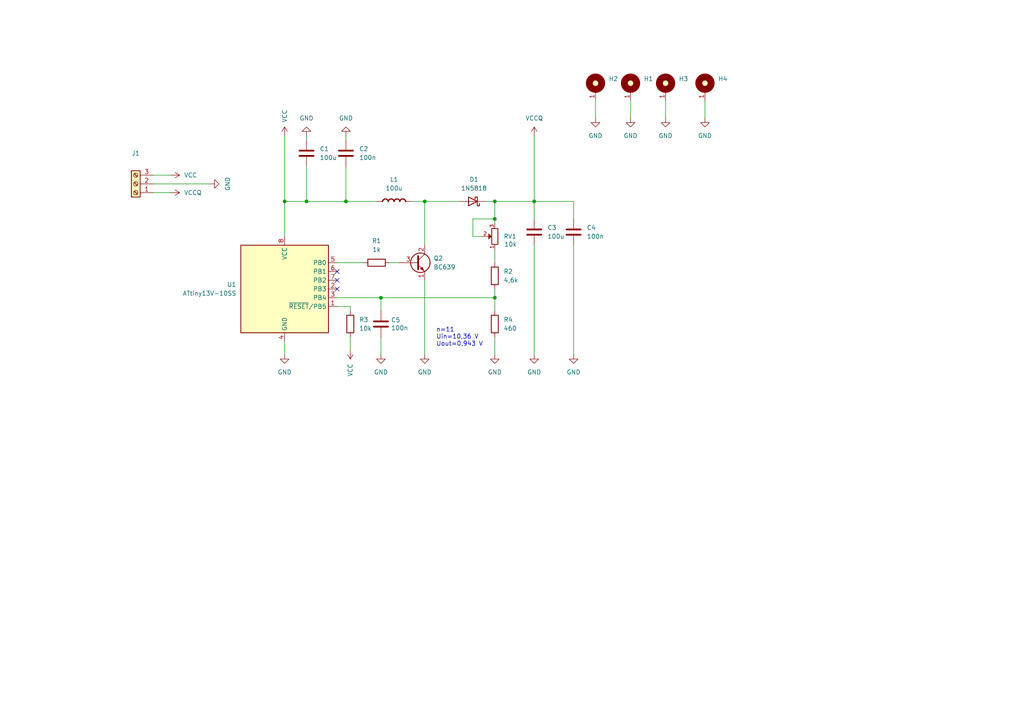
<source format=kicad_sch>
(kicad_sch (version 20231120) (generator "eeschema") (generator_version "8.0")
  (paper "A4")
  (lib_symbols
    (symbol "Connector:Screw_Terminal_01x03" (pin_names (offset 1.016) hide)
      (property "Reference" "J" (at 0 5.08 0))
      (property "Value" "Screw_Terminal_01x03" (at 0 -5.08 0))
      (symbol "Screw_Terminal_01x03_1_1"
        (rectangle (start -1.27 3.81) (end 1.27 -3.81) (stroke (width 0.254)) (fill (type background)))
        (circle (center 0 -2.54) (radius 0.635) (stroke (width 0.1524)))
        (polyline (pts (xy -0.5334 -2.2098) (xy 0.3302 -3.048)) (stroke (width 0.1524)))
        (polyline (pts (xy -0.5334 0.3302) (xy 0.3302 -0.508)) (stroke (width 0.1524)))
        (polyline (pts (xy -0.5334 2.8702) (xy 0.3302 2.032)) (stroke (width 0.1524)))
        (polyline (pts (xy -0.3556 -2.032) (xy 0.508 -2.8702)) (stroke (width 0.1524)))
        (polyline (pts (xy -0.3556 0.508) (xy 0.508 -0.3302)) (stroke (width 0.1524)))
        (polyline (pts (xy -0.3556 3.048) (xy 0.508 2.2098)) (stroke (width 0.1524)))
        (circle (center 0 0) (radius 0.635) (stroke (width 0.1524)))
        (circle (center 0 2.54) (radius 0.635) (stroke (width 0.1524)))
        (pin passive line (at -5.08 2.54 0) (length 3.81) (name "Pin_1") (number "1"))
        (pin passive line (at -5.08 0 0) (length 3.81) (name "Pin_2") (number "2"))
        (pin passive line (at -5.08 -2.54 0) (length 3.81) (name "Pin_3") (number "3"))
      )
    )
    (symbol "Device:C" (pin_numbers hide) (pin_names (offset 0.254))
      (property "Reference" "C" (at 0.635 2.54 0))
      (property "Value" "C" (at 0.635 -2.54 0))
      (symbol "C_0_1"
        (polyline (pts (xy -2.032 -0.762) (xy 2.032 -0.762)) (stroke (width 0.508)))
        (polyline (pts (xy -2.032 0.762) (xy 2.032 0.762)) (stroke (width 0.508)))
      )
      (symbol "C_1_1"
        (pin passive line (at 0 3.81 270) (length 2.794) (name "~") (number "1"))
        (pin passive line (at 0 -3.81 90) (length 2.794) (name "~") (number "2"))
      )
    )
    (symbol "Device:Q_NPN_ECB" (pin_names (offset 0) hide)
      (property "Reference" "Q" (at 5.08 1.27 0))
      (property "Value" "Q_NPN_ECB" (at 5.08 -1.27 0))
      (symbol "Q_NPN_ECB_0_1"
        (polyline (pts (xy 0.635 0.635) (xy 2.54 2.54)))
        (polyline (pts (xy 0.635 -0.635) (xy 2.54 -2.54) (xy 2.54 -2.54)))
        (polyline (pts (xy 0.635 1.905) (xy 0.635 -1.905) (xy 0.635 -1.905)) (stroke (width 0.508)))
        (polyline (pts (xy 1.27 -1.778) (xy 1.778 -1.27) (xy 2.286 -2.286) (xy 1.27 -1.778) (xy 1.27 -1.778)) (fill (type outline)))
        (circle (center 1.27 0) (radius 2.8194) (stroke (width 0.254)))
      )
      (symbol "Q_NPN_ECB_1_1"
        (pin passive line (at 2.54 -5.08 90) (length 2.54) (name "E") (number "1"))
        (pin passive line (at 2.54 5.08 270) (length 2.54) (name "C") (number "2"))
        (pin passive line (at -5.08 0 0) (length 5.715) (name "B") (number "3"))
      )
    )
    (symbol "Device:R" (pin_numbers hide) (pin_names (offset 0))
      (property "Reference" "R" (at 2.032 0 90))
      (property "Value" "R" (at 0 0 90))
      (symbol "R_0_1"
        (rectangle (start -1.016 -2.54) (end 1.016 2.54) (stroke (width 0.254)))
      )
      (symbol "R_1_1"
        (pin passive line (at 0 3.81 270) (length 1.27) (name "~") (number "1"))
        (pin passive line (at 0 -3.81 90) (length 1.27) (name "~") (number "2"))
      )
    )
    (symbol "Diode:1N5818" (pin_numbers hide) (pin_names (offset 1.016) hide)
      (property "Reference" "D" (at 0 2.54 0))
      (property "Value" "1N5818" (at 0 -2.54 0))
      (symbol "1N5818_0_1"
        (polyline (pts (xy 1.27 0) (xy -1.27 0)))
        (polyline (pts (xy 1.27 1.27) (xy 1.27 -1.27) (xy -1.27 0) (xy 1.27 1.27)) (stroke (width 0.254)))
        (polyline (pts (xy -1.905 0.635) (xy -1.905 1.27) (xy -1.27 1.27) (xy -1.27 -1.27) (xy -0.635 -1.27) (xy -0.635 -0.635)) (stroke (width 0.254)))
      )
      (symbol "1N5818_1_1"
        (pin passive line (at -3.81 0 0) (length 2.54) (name "K") (number "1"))
        (pin passive line (at 3.81 0 180) (length 2.54) (name "A") (number "2"))
      )
    )
    (symbol "GND_13" (power) (pin_numbers hide) (pin_names (offset 0) hide)
      (property "Value" "GND_13" (at 0 -3.81 0))
      (symbol "GND_13_0_1"
        (polyline (pts (xy 0 0) (xy 0 -1.27) (xy 1.27 -1.27) (xy 0 -2.54) (xy -1.27 -1.27) (xy 0 -1.27)))
      )
      (symbol "GND_13_1_1"
        (pin power_in line (at 0 0 270) (length 0) hide (name "GND") (number "1"))
      )
    )
    (symbol "MCU_Microchip_ATtiny:ATtiny13V-10SS"
      (property "Reference" "U" (at -12.7 13.97 0))
      (property "Value" "ATtiny13V-10SS" (at 2.54 -13.97 0))
      (symbol "ATtiny13V-10SS_0_1"
        (rectangle (start -12.7 -12.7) (end 12.7 12.7) (stroke (width 0.254)) (fill (type background)))
      )
      (symbol "ATtiny13V-10SS_1_1"
        (pin bidirectional line (at 15.24 -5.08 180) (length 2.54) (name "~{RESET}/PB5") (number "1"))
        (pin bidirectional line (at 15.24 0 180) (length 2.54) (name "PB3") (number "2"))
        (pin bidirectional line (at 15.24 -2.54 180) (length 2.54) (name "PB4") (number "3"))
        (pin power_in line (at 0 -15.24 90) (length 2.54) (name "GND") (number "4"))
        (pin bidirectional line (at 15.24 7.62 180) (length 2.54) (name "PB0") (number "5"))
        (pin bidirectional line (at 15.24 5.08 180) (length 2.54) (name "PB1") (number "6"))
        (pin bidirectional line (at 15.24 2.54 180) (length 2.54) (name "PB2") (number "7"))
        (pin power_in line (at 0 15.24 270) (length 2.54) (name "VCC") (number "8"))
      )
    )
    (symbol "PCM_Elektuur:L" (pin_numbers hide) (pin_names (offset 0) hide)
      (property "Reference" "L" (at 2.54 3.175 0))
      (property "Value" "L" (at 2.54 -3.175 0))
      (symbol "L_1_0"
        (arc (start 0 -3.4036) (mid 0.762 -2.5146) (end 0 -1.6256) (stroke (width 0.254)))
        (arc (start 0 -3.302) (mid 0.6604 -2.5146) (end 0 -1.7272) (stroke (width 0.254)))
        (arc (start 0 -1.7272) (mid 0.762 -0.8382) (end 0 0.0508) (stroke (width 0.254)))
        (arc (start 0 -1.6256) (mid 0.6604 -0.8382) (end 0 -0.0508) (stroke (width 0.254)))
        (arc (start 0 -0.0508) (mid 0.762 0.8382) (end 0 1.7272) (stroke (width 0.254)))
        (polyline (pts (xy 0 -3.302) (xy 0 -3.5052)) (stroke (width 0.254)))
        (polyline (pts (xy 0 -1.6256) (xy 0 -1.7272)) (stroke (width 0.254)))
        (polyline (pts (xy 0 0.0508) (xy 0 -0.0508)) (stroke (width 0.254)))
        (polyline (pts (xy 0 1.7272) (xy 0 1.6256)) (stroke (width 0.254)))
        (polyline (pts (xy 0 3.5052) (xy 0 3.302)) (stroke (width 0.254)))
        (arc (start 0 0.0508) (mid 0.6604 0.8382) (end 0 1.6256) (stroke (width 0.254)))
        (arc (start 0 1.6256) (mid 0.762 2.5146) (end 0 3.4036) (stroke (width 0.254)))
        (arc (start 0 1.7272) (mid 0.6604 2.5146) (end 0 3.302) (stroke (width 0.254)))
        (pin passive line (at 0 5.08 270) (length 1.5748) (name "+") (number "1"))
        (pin passive line (at 0 -5.08 90) (length 1.5748) (name "-") (number "2"))
      )
      (symbol "L_1_2"
        (rectangle (start 1.524 3.3782) (end 1.9812 -3.3782) (stroke (width 0.254)) (fill (type outline)))
      )
      (symbol "L_1_3"
        (rectangle (start 1.524 -1.9304) (end 1.9812 -3.0988) (stroke (width 0.254)) (fill (type outline)))
        (rectangle (start 1.524 -0.254) (end 1.9812 -1.4224) (stroke (width 0.254)) (fill (type outline)))
        (rectangle (start 1.524 1.4224) (end 1.9812 0.254) (stroke (width 0.254)) (fill (type outline)))
        (rectangle (start 1.524 3.0988) (end 1.9812 1.9304) (stroke (width 0.254)) (fill (type outline)))
      )
    )
    (symbol "PCM_SL_Devices:potentiometer_3362P"
      (property "Reference" "RV" (at 0 -2.286 0))
      (property "Value" "potentiometer_3362P" (at 0 -3.81 0))
      (symbol "potentiometer_3362P_0_1"
        (rectangle (start -2.286 0.889) (end 2.286 -0.889) (stroke (width 0.24)))
        (polyline (pts (xy 0 1.016) (xy 0.762 1.778) (xy -0.762 1.778) (xy 0 1.016)) (fill (type outline)))
      )
      (symbol "potentiometer_3362P_1_1"
        (pin passive line (at -3.81 0 0) (length 1.5) (name "~") (number "1"))
        (pin passive line (at 0 3.81 270) (length 2) (name "~") (number "2"))
        (pin passive line (at 3.81 0 180) (length 1.5) (name "~") (number "3"))
      )
    )
    (symbol "PCM_SL_Mechanical:MountingHole_M3_3.2mm_Pad"
      (property "Reference" "H" (at 0 7.62 0))
      (property "Value" "MountingHole_M3_3.2mm_Pad" (at 0 5.08 0))
      (symbol "MountingHole_M3_3.2mm_Pad_0_1"
        (circle (center 0 0) (radius 1.27) (fill (type background)))
        (circle (center 0 0) (radius 1.7961) (stroke (width 2)))
      )
      (symbol "MountingHole_M3_3.2mm_Pad_1_1"
        (pin passive line (at 0 -5.08 90) (length 2.54) (name "") (number "1"))
      )
    )
    (symbol "VCC_1" (power) (pin_numbers hide) (pin_names (offset 0) hide)
      (property "Value" "VCC_1" (at 0 3.81 0))
      (symbol "VCC_1_0_1"
        (polyline (pts (xy -0.762 1.27) (xy 0 2.54)))
        (polyline (pts (xy 0 0) (xy 0 2.54)))
        (polyline (pts (xy 0 2.54) (xy 0.762 1.27)))
      )
      (symbol "VCC_1_1_1"
        (pin power_in line (at 0 0 90) (length 0) hide (name "VCC") (number "1"))
      )
    )
    (symbol "power:VCCQ" (power) (pin_numbers hide) (pin_names (offset 0) hide)
      (property "Value" "VCCQ" (at 0 3.556 0))
      (symbol "VCCQ_0_1"
        (polyline (pts (xy -0.762 1.27) (xy 0 2.54)))
        (polyline (pts (xy 0 0) (xy 0 2.54)))
        (polyline (pts (xy 0 2.54) (xy 0.762 1.27)))
      )
      (symbol "VCCQ_1_1"
        (pin power_in line (at 0 0 90) (length 0) (name "~") (number "1"))
      )
    )
  )
  (junction (at 100.33 58.42))
  (junction (at 82.55 58.42))
  (junction (at 123.19 58.42))
  (junction (at 110.49 86.36))
  (junction (at 88.9 58.42))
  (junction (at 143.51 58.42))
  (junction (at 143.51 86.36))
  (junction (at 154.94 58.42))
  (junction (at 143.51 63.5))
  (no_connect (at 97.79 83.82))
  (no_connect (at 97.79 81.28))
  (no_connect (at 97.79 78.74))
  (wire (pts (xy 123.19 58.42) (xy 123.19 71.12)))
  (wire (pts (xy 97.79 86.36) (xy 110.49 86.36)))
  (wire (pts (xy 113.03 76.2) (xy 115.57 76.2)))
  (wire (pts (xy 88.9 48.26) (xy 88.9 58.42)))
  (wire (pts (xy 110.49 97.79) (xy 110.49 102.87)))
  (wire (pts (xy 44.45 50.8) (xy 49.53 50.8)))
  (wire (pts (xy 44.45 53.34) (xy 60.96 53.34)))
  (wire (pts (xy 143.51 83.82) (xy 143.51 86.36)))
  (wire (pts (xy 143.51 58.42) (xy 154.94 58.42)))
  (wire (pts (xy 100.33 48.26) (xy 100.33 58.42)))
  (wire (pts (xy 100.33 39.37) (xy 100.33 40.64)))
  (wire (pts (xy 137.16 68.58) (xy 137.16 63.5)))
  (wire (pts (xy 182.88 29.21) (xy 182.88 34.29)))
  (wire (pts (xy 100.33 58.42) (xy 109.22 58.42)))
  (wire (pts (xy 143.51 58.42) (xy 143.51 63.5)))
  (wire (pts (xy 166.37 71.12) (xy 166.37 102.87)))
  (wire (pts (xy 110.49 86.36) (xy 110.49 90.17)))
  (wire (pts (xy 166.37 63.5) (xy 166.37 58.42)))
  (wire (pts (xy 123.19 58.42) (xy 133.35 58.42)))
  (wire (pts (xy 140.97 58.42) (xy 143.51 58.42)))
  (wire (pts (xy 172.72 29.21) (xy 172.72 34.29)))
  (wire (pts (xy 154.94 58.42) (xy 154.94 63.5)))
  (wire (pts (xy 82.55 58.42) (xy 82.55 68.58)))
  (wire (pts (xy 44.45 55.88) (xy 49.53 55.88)))
  (wire (pts (xy 101.6 97.79) (xy 101.6 101.6)))
  (wire (pts (xy 143.51 86.36) (xy 143.51 90.17)))
  (wire (pts (xy 82.55 99.06) (xy 82.55 102.87)))
  (wire (pts (xy 154.94 71.12) (xy 154.94 102.87)))
  (wire (pts (xy 119.38 58.42) (xy 123.19 58.42)))
  (wire (pts (xy 123.19 81.28) (xy 123.19 102.87)))
  (wire (pts (xy 193.04 29.21) (xy 193.04 34.29)))
  (wire (pts (xy 88.9 39.37) (xy 88.9 40.64)))
  (wire (pts (xy 143.51 97.79) (xy 143.51 102.87)))
  (wire (pts (xy 82.55 58.42) (xy 88.9 58.42)))
  (wire (pts (xy 166.37 58.42) (xy 154.94 58.42)))
  (wire (pts (xy 143.51 72.39) (xy 143.51 76.2)))
  (wire (pts (xy 97.79 76.2) (xy 105.41 76.2)))
  (wire (pts (xy 204.47 29.21) (xy 204.47 34.29)))
  (wire (pts (xy 101.6 88.9) (xy 101.6 90.17)))
  (wire (pts (xy 143.51 63.5) (xy 143.51 64.77)))
  (wire (pts (xy 97.79 88.9) (xy 101.6 88.9)))
  (wire (pts (xy 88.9 58.42) (xy 100.33 58.42)))
  (wire (pts (xy 154.94 39.37) (xy 154.94 58.42)))
  (wire (pts (xy 82.55 39.37) (xy 82.55 58.42)))
  (wire (pts (xy 110.49 86.36) (xy 143.51 86.36)))
  (wire (pts (xy 137.16 63.5) (xy 143.51 63.5)))
  (wire (pts (xy 139.7 68.58) (xy 137.16 68.58)))
  (text "n=11\nUin=10,36 V\nUout=0,943 V" (at 126.492 100.584 0) (effects (font (size 1.27 1.27)) (justify left bottom)))
  (symbol (lib_id "Device:R") (at 101.6 93.98 180) (unit 1)
    (property "Reference" "R3" (at 104.14 92.7099 0) (effects (justify right)))
    (property "Value" "10k" (at 104.14 95.2499 0) (effects (justify right)))
    (property "Footprint" "Resistor_THT:R_Axial_DIN0204_L3.6mm_D1.6mm_P7.62mm_Horizontal" (effects (hide yes)))
  )
  (symbol (lib_id "Connector:Screw_Terminal_01x03") (at 39.37 53.34 180) (unit 1)
    (property "Reference" "J1" (at 39.37 44.45 0))
    (property "Value" "Screw_Terminal_01x03" (effects (hide yes)))
    (property "Footprint" "TerminalBlock:TerminalBlock_bornier-3_P5.08mm" (effects (hide yes)))
    (property "Description" "Generic screw terminal, single row, 01x03, script generated (kicad-library-utils/schlib/autogen/connector/)" (effects (hide yes)))
  )
  (symbol (lib_id "PCM_SL_Devices:potentiometer_3362P") (at 143.51 68.58 90) (unit 1)
    (property "Reference" "RV1" (at 146.05 68.5799 90) (effects (justify right)))
    (property "Value" "10k" (at 148.082 70.866 90))
    (property "Footprint" "PCM_SL_Footprints:potentiometer_3362P" (effects (hide yes)))
    (property "Datasheet" "https://www.bourns.com/data/global/pdfs/3362.pdf" (effects (hide yes)))
    (property "Description" "potentiometer_3362P" (effects (hide yes)))
  )
  (symbol (lib_id "PCM_SL_Mechanical:MountingHole_M3_3.2mm_Pad") (at 204.47 24.13 0) (unit 1)
    (property "Reference" "H4" (at 208.28 22.8599 0) (effects (justify left)))
    (property "Value" "MountingHole_M3_3.2mm_Pad" (effects (hide yes)))
    (property "Footprint" "PCM_SL_Mechanical:MountingHole_3.2mm_Pad" (effects (hide yes)))
    (property "Description" "3.2mm Diameter Mounting Hole Pad (M3)" (effects (hide yes)))
  )
  (symbol (lib_id "Device:C") (at 88.9 44.45 0) (unit 1)
    (property "Reference" "C1" (at 92.71 43.1799 0) (effects (justify left)))
    (property "Value" "100u" (at 92.71 45.7199 0) (effects (justify left)))
    (property "Footprint" "Capacitor_THT:C_Radial_D6.3mm_H5.0mm_P2.50mm" (effects (hide yes)))
  )
  (symbol (lib_name "GND_13") (lib_id "power:GND") (at 204.47 34.29 0) (unit 1)
    (property "Reference" "#PWR018" (effects (hide yes)))
    (property "Value" "GND" (at 204.47 39.37 0))
  )
  (symbol (lib_id "PCM_SL_Mechanical:MountingHole_M3_3.2mm_Pad") (at 193.04 24.13 0) (unit 1)
    (property "Reference" "H3" (at 196.85 22.8599 0) (effects (justify left)))
    (property "Value" "MountingHole_M3_3.2mm_Pad" (effects (hide yes)))
    (property "Footprint" "PCM_SL_Mechanical:MountingHole_3.2mm_Pad" (effects (hide yes)))
    (property "Description" "3.2mm Diameter Mounting Hole Pad (M3)" (effects (hide yes)))
  )
  (symbol (lib_name "GND_13") (lib_id "power:GND") (at 110.49 102.87 0) (unit 1)
    (property "Reference" "#PWR010" (effects (hide yes)))
    (property "Value" "GND" (at 110.49 107.95 0))
  )
  (symbol (lib_name "GND_13") (lib_id "power:GND") (at 182.88 34.29 0) (unit 1)
    (property "Reference" "#PWR016" (effects (hide yes)))
    (property "Value" "GND" (at 182.88 39.37 0))
  )
  (symbol (lib_id "MCU_Microchip_ATtiny:ATtiny13V-10SS") (at 82.55 83.82 0) (unit 1)
    (property "Reference" "U1" (at 68.58 82.5499 0) (effects (justify right)))
    (property "Value" "ATtiny13V-10SS" (at 68.58 85.0899 0) (effects (justify right)))
    (property "Footprint" "Package_DIP:DIP-8_W7.62mm" (effects (hide yes)))
    (property "Datasheet" "http://ww1.microchip.com/downloads/en/DeviceDoc/doc2535.pdf" (effects (hide yes)))
    (property "Description" "10MHz, 1kB Flash, 64B SRAM, 64B EEPROM, debugWIRE, SOIC-8" (effects (hide yes)))
  )
  (symbol (lib_id "Device:R") (at 143.51 93.98 180) (unit 1)
    (property "Reference" "R4" (at 146.05 92.7099 0) (effects (justify right)))
    (property "Value" "460" (at 146.05 95.2499 0) (effects (justify right)))
    (property "Footprint" "Resistor_THT:R_Axial_DIN0204_L3.6mm_D1.6mm_P7.62mm_Horizontal" (effects (hide yes)))
  )
  (symbol (lib_id "Device:Q_NPN_ECB") (at 120.65 76.2 0) (unit 1)
    (property "Reference" "Q2" (at 125.73 74.9299 0) (effects (justify left)))
    (property "Value" "BC639" (at 125.73 77.4699 0) (effects (justify left)))
    (property "Footprint" "Package_TO_SOT_THT:TO-92L_Inline_Wide" (effects (hide yes)))
    (property "Description" "NPN transistor, emitter/collector/base" (effects (hide yes)))
  )
  (symbol (lib_name "GND_13") (lib_id "power:GND") (at 166.37 102.87 0) (unit 1)
    (property "Reference" "#PWR014" (effects (hide yes)))
    (property "Value" "GND" (at 166.37 107.95 0))
  )
  (symbol (lib_name "GND_13") (lib_id "power:GND") (at 172.72 34.29 0) (unit 1)
    (property "Reference" "#PWR015" (effects (hide yes)))
    (property "Value" "GND" (at 172.72 39.37 0))
  )
  (symbol (lib_name "GND_13") (lib_id "power:GND") (at 100.33 39.37 180) (unit 1)
    (property "Reference" "#PWR03" (effects (hide yes)))
    (property "Value" "GND" (at 100.33 34.29 0))
  )
  (symbol (lib_name "VCC_1") (lib_id "power:VCC") (at 82.55 39.37 0) (unit 1)
    (property "Reference" "#PWR01" (effects (hide yes)))
    (property "Value" "VCC" (at 82.55 35.56 90) (effects (justify left)))
  )
  (symbol (lib_name "GND_13") (lib_id "power:GND") (at 60.96 53.34 90) (unit 1)
    (property "Reference" "#PWR06" (effects (hide yes)))
    (property "Value" "GND" (at 66.04 53.34 0))
  )
  (symbol (lib_id "PCM_SL_Mechanical:MountingHole_M3_3.2mm_Pad") (at 172.72 24.13 0) (unit 1)
    (property "Reference" "H2" (at 176.53 22.8599 0) (effects (justify left)))
    (property "Value" "MountingHole_M3_3.2mm_Pad" (effects (hide yes)))
    (property "Footprint" "PCM_SL_Mechanical:MountingHole_3.2mm_Pad" (effects (hide yes)))
    (property "Description" "3.2mm Diameter Mounting Hole Pad (M3)" (effects (hide yes)))
  )
  (symbol (lib_id "Device:R") (at 109.22 76.2 270) (unit 1)
    (property "Reference" "R1" (at 109.22 69.85 90))
    (property "Value" "1k" (at 109.22 72.39 90))
    (property "Footprint" "Resistor_THT:R_Axial_DIN0204_L3.6mm_D1.6mm_P7.62mm_Horizontal" (effects (hide yes)))
  )
  (symbol (lib_name "GND_13") (lib_id "power:GND") (at 193.04 34.29 0) (unit 1)
    (property "Reference" "#PWR017" (effects (hide yes)))
    (property "Value" "GND" (at 193.04 39.37 0))
  )
  (symbol (lib_id "power:VCCQ") (at 154.94 39.37 0) (unit 1)
    (property "Reference" "#PWR04" (effects (hide yes)))
    (property "Value" "VCCQ" (at 154.94 34.29 0))
    (property "Description" "Power symbol creates a global label with name \"VCCQ\"" (effects (hide yes)))
  )
  (symbol (lib_id "PCM_SL_Mechanical:MountingHole_M3_3.2mm_Pad") (at 182.88 24.13 0) (unit 1)
    (property "Reference" "H1" (at 186.69 22.8599 0) (effects (justify left)))
    (property "Value" "MountingHole_M3_3.2mm_Pad" (effects (hide yes)))
    (property "Footprint" "PCM_SL_Mechanical:MountingHole_3.2mm_Pad" (effects (hide yes)))
    (property "Description" "3.2mm Diameter Mounting Hole Pad (M3)" (effects (hide yes)))
  )
  (symbol (lib_name "GND_13") (lib_id "power:GND") (at 88.9 39.37 180) (unit 1)
    (property "Reference" "#PWR02" (effects (hide yes)))
    (property "Value" "GND" (at 88.9 34.29 0))
  )
  (symbol (lib_name "VCC_1") (lib_id "power:VCC") (at 101.6 101.6 180) (unit 1)
    (property "Reference" "#PWR08" (effects (hide yes)))
    (property "Value" "VCC" (at 101.6 105.41 90) (effects (justify left)))
  )
  (symbol (lib_id "Device:C") (at 100.33 44.45 0) (unit 1)
    (property "Reference" "C2" (at 104.14 43.1799 0) (effects (justify left)))
    (property "Value" "100n" (at 104.14 45.7199 0) (effects (justify left)))
    (property "Footprint" "Capacitor_THT:C_Disc_D3.0mm_W1.6mm_P2.50mm" (effects (hide yes)))
  )
  (symbol (lib_name "VCC_1") (lib_id "power:VCC") (at 49.53 50.8 270) (unit 1)
    (property "Reference" "#PWR05" (effects (hide yes)))
    (property "Value" "VCC" (at 53.34 50.8 90) (effects (justify left)))
  )
  (symbol (lib_id "PCM_Elektuur:L") (at 114.3 58.42 90) (unit 1)
    (property "Reference" "L1" (at 114.3 52.07 90))
    (property "Value" "100u" (at 114.3 54.61 90))
    (property "Footprint" "Capacitor_THT:C_Radial_D6.3mm_H5.0mm_P2.50mm" (effects (hide yes)))
    (property "Description" "coil/winding/inductor/choke/reactor" (effects (hide yes)))
    (property "Indicator" "●" (effects (hide yes)))
    (property "Rating" "A" (effects (hide yes)))
  )
  (symbol (lib_id "Device:C") (at 154.94 67.31 0) (unit 1)
    (property "Reference" "C3" (at 158.75 66.0399 0) (effects (justify left)))
    (property "Value" "100u" (at 158.75 68.5799 0) (effects (justify left)))
    (property "Footprint" "Capacitor_THT:C_Radial_D6.3mm_H5.0mm_P2.50mm" (effects (hide yes)))
  )
  (symbol (lib_id "Diode:1N5818") (at 137.16 58.42 180) (unit 1)
    (property "Reference" "D1" (at 137.4775 52.07 0))
    (property "Value" "1N5818" (at 137.4775 54.61 0))
    (property "Footprint" "Diode_THT:D_DO-41_SOD81_P10.16mm_Horizontal" (effects (hide yes)))
    (property "Datasheet" "http://www.vishay.com/docs/88525/1n5817.pdf" (effects (hide yes)))
    (property "Description" "30V 1A Schottky Barrier Rectifier Diode, DO-41" (effects (hide yes)))
  )
  (symbol (lib_id "Device:R") (at 143.51 80.01 180) (unit 1)
    (property "Reference" "R2" (at 146.05 78.7399 0) (effects (justify right)))
    (property "Value" "4,6k" (at 146.05 81.2799 0) (effects (justify right)))
    (property "Footprint" "Resistor_THT:R_Axial_DIN0204_L3.6mm_D1.6mm_P7.62mm_Horizontal" (effects (hide yes)))
  )
  (symbol (lib_id "Device:C") (at 166.37 67.31 0) (unit 1)
    (property "Reference" "C4" (at 170.18 66.0399 0) (effects (justify left)))
    (property "Value" "100n" (at 170.18 68.5799 0) (effects (justify left)))
    (property "Footprint" "Capacitor_THT:C_Disc_D3.0mm_W1.6mm_P2.50mm" (effects (hide yes)))
  )
  (symbol (lib_name "GND_13") (lib_id "power:GND") (at 154.94 102.87 0) (unit 1)
    (property "Reference" "#PWR013" (effects (hide yes)))
    (property "Value" "GND" (at 154.94 107.95 0))
  )
  (symbol (lib_name "GND_13") (lib_id "power:GND") (at 82.55 102.87 0) (unit 1)
    (property "Reference" "#PWR09" (effects (hide yes)))
    (property "Value" "GND" (at 82.55 107.95 0))
  )
  (symbol (lib_name "GND_13") (lib_id "power:GND") (at 143.51 102.87 0) (unit 1)
    (property "Reference" "#PWR012" (effects (hide yes)))
    (property "Value" "GND" (at 143.51 107.95 0))
  )
  (symbol (lib_id "Device:C") (at 110.49 93.98 0) (unit 1)
    (property "Reference" "C5" (at 113.411 92.8116 0) (effects (justify left)))
    (property "Value" "100n" (at 113.411 95.123 0) (effects (justify left)))
    (property "Footprint" "Capacitor_THT:C_Disc_D3.0mm_W1.6mm_P2.50mm" (effects (hide yes)))
  )
  (symbol (lib_name "GND_13") (lib_id "power:GND") (at 123.19 102.87 0) (unit 1)
    (property "Reference" "#PWR011" (effects (hide yes)))
    (property "Value" "GND" (at 123.19 107.95 0))
  )
  (symbol (lib_id "power:VCCQ") (at 49.53 55.88 270) (unit 1)
    (property "Reference" "#PWR07" (effects (hide yes)))
    (property "Value" "VCCQ" (at 53.34 55.8799 90) (effects (justify left)))
    (property "Description" "Power symbol creates a global label with name \"VCCQ\"" (effects (hide yes)))
  )
)
</source>
